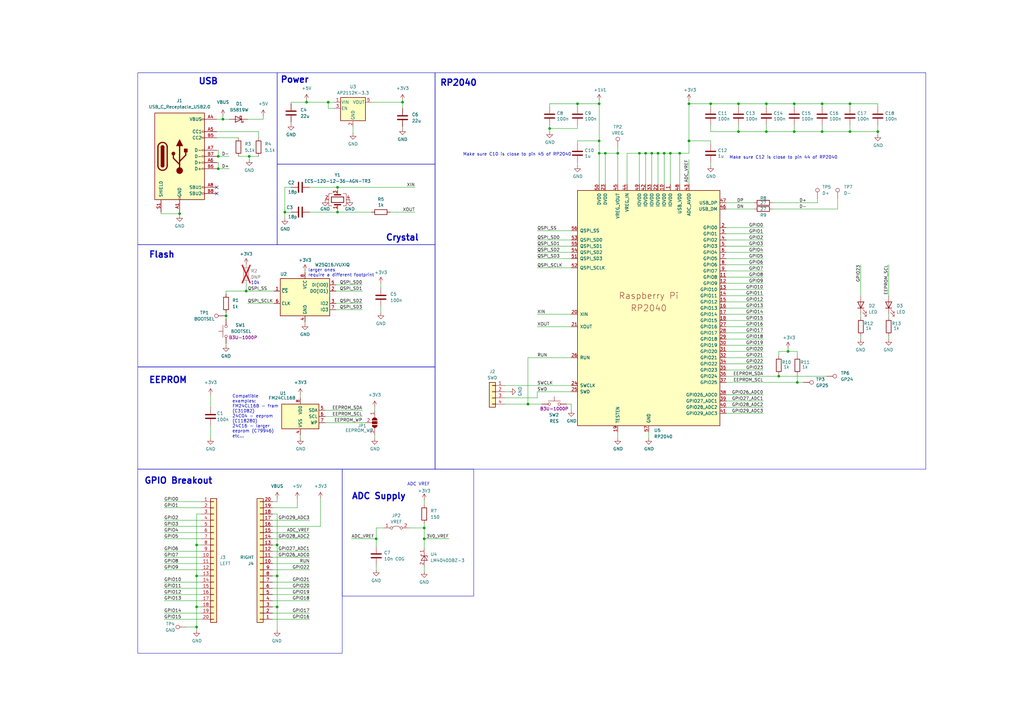
<source format=kicad_sch>
(kicad_sch (version 20230121) (generator eeschema)
  (paper "A3")
  (title_block (rev "1.1"))
  (junction (at 245.745 42.545))
  (junction (at 267.335 62.865))
  (junction (at 80.645 236.22))
  (junction (at 102.235 64.135))
  (junction (at 236.855 42.545))
  (junction (at 92.71 129.54))
  (junction (at 113.665 236.22))
  (junction (at 154.305 220.98))
  (junction (at 89.535 64.135))
  (junction (at 100.965 119.38))
  (junction (at 325.755 53.975))
  (junction (at 348.615 53.975))
  (junction (at 80.645 223.52))
  (junction (at 348.615 42.545))
  (junction (at 248.285 62.865))
  (junction (at 125.73 41.91))
  (junction (at 314.325 42.545))
  (junction (at 73.66 87.63))
  (junction (at 113.665 223.52))
  (junction (at 116.84 86.995))
  (junction (at 138.43 76.835))
  (junction (at 327.025 156.845))
  (junction (at 269.875 62.865))
  (junction (at 264.795 62.865))
  (junction (at 173.99 216.535))
  (junction (at 278.765 62.865))
  (junction (at 173.99 220.98))
  (junction (at 325.755 42.545))
  (junction (at 274.955 62.865))
  (junction (at 245.745 57.785))
  (junction (at 302.895 53.975))
  (junction (at 319.405 154.305))
  (junction (at 80.645 248.92))
  (junction (at 80.645 257.175))
  (junction (at 262.255 62.865))
  (junction (at 360.045 53.975))
  (junction (at 134.62 41.91))
  (junction (at 282.575 57.785))
  (junction (at 282.575 42.545))
  (junction (at 225.425 52.705))
  (junction (at 91.44 48.895))
  (junction (at 138.43 86.995))
  (junction (at 253.365 62.865))
  (junction (at 314.325 53.975))
  (junction (at 272.415 62.865))
  (junction (at 291.465 42.545))
  (junction (at 302.895 42.545))
  (junction (at 337.185 42.545))
  (junction (at 165.1 41.91))
  (junction (at 113.665 248.92))
  (junction (at 89.535 69.215))
  (junction (at 216.535 165.735))
  (junction (at 245.745 62.865))
  (junction (at 323.215 144.145))
  (junction (at 337.185 53.975))
  (no_connect (at 88.9 79.375))
  (no_connect (at 88.9 76.835))
  (wire (pts (xy 92.075 129.54) (xy 92.71 129.54)))
  (wire (pts (xy 337.185 53.975) (xy 325.755 53.975)))
  (wire (pts (xy 127 76.835) (xy 138.43 76.835)))
  (wire (pts (xy 323.215 144.145) (xy 319.405 144.145)))
  (wire (pts (xy 248.285 75.565) (xy 248.285 62.865)))
  (wire (pts (xy 348.615 51.435) (xy 348.615 53.975)))
  (wire (pts (xy 364.49 130.175) (xy 364.49 128.905)))
  (wire (pts (xy 267.335 75.565) (xy 267.335 62.865)))
  (wire (pts (xy 111.76 251.46) (xy 127 251.46)))
  (wire (pts (xy 73.66 87.63) (xy 73.66 86.995)))
  (wire (pts (xy 325.755 53.975) (xy 314.325 53.975)))
  (wire (pts (xy 302.895 43.815) (xy 302.895 42.545)))
  (wire (pts (xy 314.325 43.815) (xy 314.325 42.545)))
  (wire (pts (xy 274.955 62.865) (xy 278.765 62.865)))
  (wire (pts (xy 364.49 139.065) (xy 364.49 137.795)))
  (wire (pts (xy 234.315 94.615) (xy 220.345 94.615)))
  (wire (pts (xy 80.645 223.52) (xy 80.645 236.22)))
  (wire (pts (xy 216.535 146.685) (xy 216.535 165.735)))
  (wire (pts (xy 89.535 61.595) (xy 88.9 61.595)))
  (wire (pts (xy 348.615 53.975) (xy 360.045 53.975)))
  (wire (pts (xy 76.2 257.175) (xy 80.645 257.175)))
  (wire (pts (xy 82.55 231.14) (xy 67.31 231.14)))
  (wire (pts (xy 236.855 43.815) (xy 236.855 42.545)))
  (wire (pts (xy 82.55 208.28) (xy 67.31 208.28)))
  (wire (pts (xy 267.335 62.865) (xy 269.875 62.865)))
  (wire (pts (xy 297.815 95.885) (xy 313.055 95.885)))
  (wire (pts (xy 134.62 44.45) (xy 134.62 41.91)))
  (wire (pts (xy 92.71 119.38) (xy 100.965 119.38)))
  (wire (pts (xy 236.855 52.705) (xy 236.855 51.435)))
  (wire (pts (xy 148.59 119.38) (xy 137.795 119.38)))
  (wire (pts (xy 234.315 160.655) (xy 220.345 160.655)))
  (wire (pts (xy 111.76 233.68) (xy 127 233.68)))
  (wire (pts (xy 297.815 98.425) (xy 313.055 98.425)))
  (wire (pts (xy 73.66 88.265) (xy 73.66 87.63)))
  (wire (pts (xy 138.43 85.725) (xy 138.43 86.995)))
  (wire (pts (xy 348.615 42.545) (xy 360.045 42.545)))
  (wire (pts (xy 111.76 213.36) (xy 127 213.36)))
  (wire (pts (xy 353.06 130.175) (xy 353.06 128.905)))
  (wire (pts (xy 82.55 246.38) (xy 67.31 246.38)))
  (wire (pts (xy 297.815 133.985) (xy 313.055 133.985)))
  (wire (pts (xy 111.76 238.76) (xy 127 238.76)))
  (wire (pts (xy 153.67 167.005) (xy 153.67 168.275)))
  (wire (pts (xy 82.55 233.68) (xy 67.31 233.68)))
  (wire (pts (xy 353.06 121.285) (xy 353.06 108.585)))
  (wire (pts (xy 123.19 161.925) (xy 123.19 163.195)))
  (wire (pts (xy 353.06 139.065) (xy 353.06 137.795)))
  (wire (pts (xy 236.855 42.545) (xy 245.745 42.545)))
  (wire (pts (xy 144.145 220.98) (xy 154.305 220.98)))
  (wire (pts (xy 125.73 41.275) (xy 125.73 41.91)))
  (wire (pts (xy 220.345 98.425) (xy 234.315 98.425)))
  (wire (pts (xy 111.76 208.28) (xy 121.92 208.28)))
  (wire (pts (xy 297.815 169.545) (xy 313.055 169.545)))
  (wire (pts (xy 297.815 156.845) (xy 327.025 156.845)))
  (wire (pts (xy 220.345 163.195) (xy 220.345 160.655)))
  (wire (pts (xy 325.755 51.435) (xy 325.755 53.975)))
  (wire (pts (xy 302.895 42.545) (xy 314.325 42.545)))
  (wire (pts (xy 297.815 93.345) (xy 313.055 93.345)))
  (wire (pts (xy 107.95 48.895) (xy 101.6 48.895)))
  (wire (pts (xy 360.045 42.545) (xy 360.045 43.815)))
  (wire (pts (xy 323.215 144.145) (xy 327.025 144.145)))
  (wire (pts (xy 156.21 128.27) (xy 156.21 125.73)))
  (wire (pts (xy 207.01 165.735) (xy 216.535 165.735)))
  (wire (pts (xy 119.38 50.165) (xy 119.38 50.8)))
  (wire (pts (xy 148.59 127) (xy 137.795 127)))
  (wire (pts (xy 148.59 116.84) (xy 137.795 116.84)))
  (wire (pts (xy 302.895 53.975) (xy 291.465 53.975)))
  (wire (pts (xy 111.76 236.22) (xy 113.665 236.22)))
  (wire (pts (xy 119.38 41.91) (xy 125.73 41.91)))
  (wire (pts (xy 225.425 52.705) (xy 225.425 53.975)))
  (wire (pts (xy 278.765 62.865) (xy 282.575 62.865)))
  (wire (pts (xy 92.71 119.38) (xy 92.71 120.65)))
  (wire (pts (xy 253.365 75.565) (xy 253.365 62.865)))
  (wire (pts (xy 167.64 216.535) (xy 173.99 216.535)))
  (wire (pts (xy 111.76 243.84) (xy 127 243.84)))
  (wire (pts (xy 327.025 144.145) (xy 327.025 146.05)))
  (wire (pts (xy 88.9 56.515) (xy 97.79 56.515)))
  (wire (pts (xy 138.43 76.835) (xy 138.43 78.105)))
  (wire (pts (xy 253.365 177.165) (xy 253.365 179.705)))
  (wire (pts (xy 291.465 42.545) (xy 302.895 42.545)))
  (wire (pts (xy 111.76 241.3) (xy 127 241.3)))
  (wire (pts (xy 111.76 228.6) (xy 127 228.6)))
  (wire (pts (xy 297.815 123.825) (xy 313.055 123.825)))
  (wire (pts (xy 282.575 65.405) (xy 282.575 75.565)))
  (wire (pts (xy 173.99 220.98) (xy 173.99 224.79)))
  (wire (pts (xy 207.01 163.195) (xy 220.345 163.195)))
  (wire (pts (xy 232.41 165.735) (xy 234.315 165.735)))
  (wire (pts (xy 291.465 43.815) (xy 291.465 42.545)))
  (wire (pts (xy 116.84 86.995) (xy 116.84 89.535)))
  (wire (pts (xy 282.575 41.275) (xy 282.575 42.545)))
  (wire (pts (xy 360.045 53.975) (xy 360.045 55.245)))
  (wire (pts (xy 111.76 246.38) (xy 127 246.38)))
  (wire (pts (xy 220.345 128.905) (xy 234.315 128.905)))
  (wire (pts (xy 297.815 85.725) (xy 309.245 85.725)))
  (wire (pts (xy 119.38 41.91) (xy 119.38 42.545)))
  (wire (pts (xy 173.99 205.105) (xy 173.99 207.01)))
  (wire (pts (xy 113.665 210.82) (xy 113.665 223.52)))
  (wire (pts (xy 297.815 136.525) (xy 313.055 136.525)))
  (wire (pts (xy 236.855 66.675) (xy 236.855 67.945)))
  (wire (pts (xy 264.795 62.865) (xy 267.335 62.865)))
  (wire (pts (xy 89.535 61.595) (xy 89.535 64.135)))
  (wire (pts (xy 173.99 234.315) (xy 173.99 232.41)))
  (wire (pts (xy 173.99 220.98) (xy 184.15 220.98)))
  (wire (pts (xy 257.175 62.865) (xy 262.255 62.865)))
  (wire (pts (xy 297.815 108.585) (xy 313.055 108.585)))
  (wire (pts (xy 111.76 220.98) (xy 127 220.98)))
  (wire (pts (xy 348.615 43.815) (xy 348.615 42.545)))
  (wire (pts (xy 154.305 220.98) (xy 154.305 224.155)))
  (wire (pts (xy 133.35 170.815) (xy 148.59 170.815)))
  (wire (pts (xy 82.55 254) (xy 67.31 254)))
  (wire (pts (xy 314.325 51.435) (xy 314.325 53.975)))
  (wire (pts (xy 225.425 52.705) (xy 236.855 52.705)))
  (wire (pts (xy 111.76 248.92) (xy 113.665 248.92)))
  (wire (pts (xy 116.84 76.835) (xy 116.84 86.995)))
  (wire (pts (xy 282.575 57.785) (xy 282.575 62.865)))
  (wire (pts (xy 82.55 223.52) (xy 80.645 223.52)))
  (wire (pts (xy 113.665 236.22) (xy 113.665 248.92)))
  (wire (pts (xy 297.815 111.125) (xy 313.055 111.125)))
  (wire (pts (xy 121.92 208.28) (xy 121.92 204.47)))
  (wire (pts (xy 291.465 66.675) (xy 291.465 67.945)))
  (wire (pts (xy 82.55 238.76) (xy 67.31 238.76)))
  (wire (pts (xy 253.365 62.865) (xy 248.285 62.865)))
  (wire (pts (xy 297.815 103.505) (xy 313.055 103.505)))
  (wire (pts (xy 89.535 64.135) (xy 88.9 64.135)))
  (wire (pts (xy 234.315 109.855) (xy 220.345 109.855)))
  (wire (pts (xy 272.415 75.565) (xy 272.415 62.865)))
  (wire (pts (xy 113.665 248.92) (xy 113.665 258.445)))
  (wire (pts (xy 269.875 62.865) (xy 272.415 62.865)))
  (wire (pts (xy 82.55 226.06) (xy 67.31 226.06)))
  (wire (pts (xy 89.535 66.675) (xy 89.535 69.215)))
  (wire (pts (xy 216.535 165.735) (xy 222.25 165.735)))
  (wire (pts (xy 297.815 149.225) (xy 313.055 149.225)))
  (wire (pts (xy 113.665 205.74) (xy 113.665 204.47)))
  (wire (pts (xy 100.965 119.38) (xy 112.395 119.38)))
  (wire (pts (xy 156.21 116.205) (xy 156.21 118.11)))
  (wire (pts (xy 160.02 86.995) (xy 170.18 86.995)))
  (wire (pts (xy 173.99 216.535) (xy 173.99 220.98)))
  (wire (pts (xy 297.815 100.965) (xy 313.055 100.965)))
  (wire (pts (xy 297.815 164.465) (xy 313.055 164.465)))
  (wire (pts (xy 82.55 251.46) (xy 67.31 251.46)))
  (wire (pts (xy 266.065 177.165) (xy 266.065 179.705)))
  (wire (pts (xy 82.55 236.22) (xy 80.645 236.22)))
  (wire (pts (xy 148.59 124.46) (xy 137.795 124.46)))
  (wire (pts (xy 86.36 161.925) (xy 86.36 167.005)))
  (wire (pts (xy 282.575 42.545) (xy 282.575 57.785)))
  (wire (pts (xy 165.1 52.07) (xy 165.1 52.705)))
  (wire (pts (xy 92.71 130.81) (xy 92.71 129.54)))
  (wire (pts (xy 297.815 167.005) (xy 313.055 167.005)))
  (wire (pts (xy 297.815 144.145) (xy 313.055 144.145)))
  (wire (pts (xy 319.405 154.305) (xy 319.405 153.67)))
  (wire (pts (xy 297.815 116.205) (xy 313.055 116.205)))
  (wire (pts (xy 297.815 146.685) (xy 313.055 146.685)))
  (wire (pts (xy 91.44 48.895) (xy 93.98 48.895)))
  (wire (pts (xy 208.915 160.655) (xy 207.01 160.655)))
  (wire (pts (xy 165.1 41.275) (xy 165.1 41.91)))
  (wire (pts (xy 325.755 43.815) (xy 325.755 42.545)))
  (wire (pts (xy 297.815 121.285) (xy 313.055 121.285)))
  (wire (pts (xy 220.345 106.045) (xy 234.315 106.045)))
  (wire (pts (xy 113.665 223.52) (xy 113.665 236.22)))
  (wire (pts (xy 319.405 154.305) (xy 339.09 154.305)))
  (wire (pts (xy 297.815 141.605) (xy 313.055 141.605)))
  (wire (pts (xy 153.67 179.705) (xy 153.67 178.435)))
  (wire (pts (xy 337.185 42.545) (xy 348.615 42.545)))
  (wire (pts (xy 111.76 215.9) (xy 131.445 215.9)))
  (wire (pts (xy 325.755 42.545) (xy 337.185 42.545)))
  (wire (pts (xy 133.35 168.275) (xy 148.59 168.275)))
  (wire (pts (xy 123.19 179.705) (xy 123.19 178.435)))
  (wire (pts (xy 100.965 116.205) (xy 100.965 119.38)))
  (wire (pts (xy 335.28 81.28) (xy 335.28 83.185)))
  (wire (pts (xy 302.895 51.435) (xy 302.895 53.975)))
  (wire (pts (xy 133.35 173.355) (xy 149.86 173.355)))
  (wire (pts (xy 88.9 53.975) (xy 106.045 53.975)))
  (wire (pts (xy 269.875 75.565) (xy 269.875 62.865)))
  (wire (pts (xy 102.235 64.135) (xy 106.045 64.135)))
  (wire (pts (xy 257.175 75.565) (xy 257.175 62.865)))
  (wire (pts (xy 152.4 41.91) (xy 165.1 41.91)))
  (wire (pts (xy 125.095 132.715) (xy 125.095 132.08)))
  (wire (pts (xy 297.815 151.765) (xy 313.055 151.765)))
  (wire (pts (xy 173.99 214.63) (xy 173.99 216.535)))
  (wire (pts (xy 111.76 231.14) (xy 127 231.14)))
  (wire (pts (xy 106.045 56.515) (xy 106.045 53.975)))
  (wire (pts (xy 236.855 57.785) (xy 245.745 57.785)))
  (wire (pts (xy 220.345 103.505) (xy 234.315 103.505)))
  (wire (pts (xy 364.49 121.285) (xy 364.49 108.585)))
  (wire (pts (xy 253.365 60.325) (xy 253.365 62.865)))
  (wire (pts (xy 323.215 142.875) (xy 323.215 144.145)))
  (wire (pts (xy 337.185 51.435) (xy 337.185 53.975)))
  (wire (pts (xy 291.465 59.055) (xy 291.465 57.785)))
  (wire (pts (xy 125.095 111.125) (xy 125.095 111.76)))
  (wire (pts (xy 278.765 75.565) (xy 278.765 62.865)))
  (wire (pts (xy 92.71 141.605) (xy 92.71 140.97)))
  (wire (pts (xy 319.405 144.145) (xy 319.405 146.05)))
  (wire (pts (xy 297.815 131.445) (xy 313.055 131.445)))
  (wire (pts (xy 234.315 133.985) (xy 220.345 133.985)))
  (wire (pts (xy 360.045 51.435) (xy 360.045 53.975)))
  (wire (pts (xy 216.535 146.685) (xy 234.315 146.685)))
  (wire (pts (xy 282.575 57.785) (xy 291.465 57.785)))
  (wire (pts (xy 111.76 205.74) (xy 113.665 205.74)))
  (wire (pts (xy 225.425 43.815) (xy 225.425 42.545)))
  (wire (pts (xy 207.01 158.115) (xy 234.315 158.115)))
  (wire (pts (xy 89.535 69.215) (xy 93.98 69.215)))
  (wire (pts (xy 89.535 66.675) (xy 88.9 66.675)))
  (wire (pts (xy 80.645 236.22) (xy 80.645 248.92)))
  (wire (pts (xy 348.615 53.975) (xy 337.185 53.975)))
  (wire (pts (xy 82.55 210.82) (xy 80.645 210.82)))
  (wire (pts (xy 88.9 48.895) (xy 91.44 48.895)))
  (wire (pts (xy 248.285 62.865) (xy 245.745 62.865)))
  (wire (pts (xy 80.645 257.175) (xy 80.645 258.445)))
  (wire (pts (xy 154.305 216.535) (xy 154.305 220.98)))
  (wire (pts (xy 91.44 47.625) (xy 91.44 48.895)))
  (wire (pts (xy 111.76 218.44) (xy 127 218.44)))
  (wire (pts (xy 92.71 129.54) (xy 92.71 128.27)))
  (wire (pts (xy 154.305 233.68) (xy 154.305 231.775)))
  (wire (pts (xy 236.855 59.055) (xy 236.855 57.785)))
  (wire (pts (xy 262.255 75.565) (xy 262.255 62.865)))
  (wire (pts (xy 111.76 210.82) (xy 113.665 210.82)))
  (wire (pts (xy 138.43 86.995) (xy 152.4 86.995)))
  (wire (pts (xy 89.535 69.215) (xy 88.9 69.215)))
  (wire (pts (xy 220.345 100.965) (xy 234.315 100.965)))
  (wire (pts (xy 274.955 62.865) (xy 274.955 75.565)))
  (wire (pts (xy 297.815 139.065) (xy 313.055 139.065)))
  (wire (pts (xy 343.535 81.28) (xy 343.535 85.725)))
  (wire (pts (xy 66.04 86.995) (xy 66.04 87.63)))
  (wire (pts (xy 264.795 75.565) (xy 264.795 62.865)))
  (wire (pts (xy 82.55 215.9) (xy 67.31 215.9)))
  (wire (pts (xy 111.76 223.52) (xy 113.665 223.52)))
  (wire (pts (xy 82.55 218.44) (xy 67.31 218.44)))
  (wire (pts (xy 82.55 248.92) (xy 80.645 248.92)))
  (wire (pts (xy 111.76 254) (xy 127 254)))
  (wire (pts (xy 82.55 243.84) (xy 67.31 243.84)))
  (wire (pts (xy 86.36 179.705) (xy 86.36 174.625)))
  (wire (pts (xy 297.815 126.365) (xy 313.055 126.365)))
  (wire (pts (xy 337.185 43.815) (xy 337.185 42.545)))
  (wire (pts (xy 119.38 76.835) (xy 116.84 76.835)))
  (wire (pts (xy 82.55 241.3) (xy 67.31 241.3)))
  (wire (pts (xy 82.55 213.36) (xy 67.31 213.36)))
  (wire (pts (xy 262.255 62.865) (xy 264.795 62.865)))
  (wire (pts (xy 297.815 113.665) (xy 313.055 113.665)))
  (wire (pts (xy 245.745 57.785) (xy 245.745 62.865)))
  (wire (pts (xy 165.1 41.91) (xy 165.1 44.45)))
  (wire (pts (xy 131.445 215.9) (xy 131.445 204.47)))
  (wire (pts (xy 314.325 53.975) (xy 302.895 53.975)))
  (wire (pts (xy 111.76 226.06) (xy 127 226.06)))
  (wire (pts (xy 297.815 154.305) (xy 319.405 154.305)))
  (wire (pts (xy 82.55 228.6) (xy 67.31 228.6)))
  (wire (pts (xy 89.535 64.135) (xy 93.98 64.135)))
  (wire (pts (xy 144.78 52.07) (xy 144.78 54.61)))
  (wire (pts (xy 225.425 42.545) (xy 236.855 42.545)))
  (wire (pts (xy 297.815 106.045) (xy 313.055 106.045)))
  (wire (pts (xy 127 86.995) (xy 138.43 86.995)))
  (wire (pts (xy 225.425 51.435) (xy 225.425 52.705)))
  (wire (pts (xy 82.55 205.74) (xy 67.31 205.74)))
  (wire (pts (xy 291.465 51.435) (xy 291.465 53.975)))
  (wire (pts (xy 297.815 161.925) (xy 313.055 161.925)))
  (wire (pts (xy 297.815 118.745) (xy 313.055 118.745)))
  (wire (pts (xy 101.6 124.46) (xy 112.395 124.46)))
  (wire (pts (xy 80.645 248.92) (xy 80.645 257.175)))
  (wire (pts (xy 138.43 76.835) (xy 170.18 76.835)))
  (wire (pts (xy 66.04 87.63) (xy 73.66 87.63)))
  (wire (pts (xy 125.73 41.91) (xy 134.62 41.91)))
  (wire (pts (xy 134.62 41.91) (xy 137.16 41.91)))
  (wire (pts (xy 119.38 86.995) (xy 116.84 86.995)))
  (wire (pts (xy 102.235 65.405) (xy 102.235 64.135)))
  (wire (pts (xy 245.745 41.275) (xy 245.745 42.545)))
  (wire (pts (xy 282.575 42.545) (xy 291.465 42.545)))
  (wire (pts (xy 82.55 220.98) (xy 67.31 220.98)))
  (wire (pts (xy 245.745 42.545) (xy 245.745 57.785)))
  (wire (pts (xy 137.16 44.45) (xy 134.62 44.45)))
  (wire (pts (xy 316.865 85.725) (xy 343.535 85.725)))
  (wire (pts (xy 80.645 210.82) (xy 80.645 223.52)))
  (wire (pts (xy 297.815 128.905) (xy 313.055 128.905)))
  (wire (pts (xy 154.305 216.535) (xy 157.48 216.535)))
  (wire (pts (xy 316.865 83.185) (xy 335.28 83.185)))
  (wire (pts (xy 245.745 62.865) (xy 245.745 75.565)))
  (wire (pts (xy 314.325 42.545) (xy 325.755 42.545)))
  (wire (pts (xy 97.79 64.135) (xy 102.235 64.135)))
  (wire (pts (xy 327.025 156.845) (xy 329.565 156.845)))
  (wire (pts (xy 297.815 83.185) (xy 309.245 83.185)))
  (wire (pts (xy 272.415 62.865) (xy 274.955 62.865)))
  (wire (pts (xy 327.025 156.845) (xy 327.025 153.67)))
  (wire (pts (xy 234.315 165.735) (xy 234.315 168.275)))
  (wire (pts (xy 107.95 47.625) (xy 107.95 48.895)))
  (rectangle (start 113.665 29.845) (end 178.435 67.31))
  (rectangle (start 56.515 100.33) (end 178.435 150.495))
  (rectangle (start 113.665 67.31) (end 178.435 100.33))
  (rectangle (start 140.335 192.405) (end 194.31 244.475))
  (rectangle (start 178.435 29.845) (end 379.73 192.405))
  (rectangle (start 56.515 29.845) (end 113.665 100.33))
  (rectangle (start 56.515 150.495) (end 178.435 192.405))
  (rectangle (start 56.515 192.405) (end 140.335 267.97))
  (text "Power" (at 114.935 34.29 0) (effects (font (size 2.54 2.54) (thickness 0.508) bold) (justify left bottom)))
  (text "ADC VREF" (at 167.005 199.39 0) (effects (font (size 1.27 1.27)) (justify left bottom)))
  (text "USB" (at 81.28 34.925 0) (effects (font (size 2.54 2.54) (thickness 0.508) bold) (justify left bottom)))
  (text "ADC Supply" (at 144.145 205.105 0) (effects (font (size 2.54 2.54) (thickness 0.508) bold) (justify left bottom)))
  (text "Compatible\nexamples:\nFM24CL16B - fram\n(C31082)\n24C04 - eeprom\n(C118280)\n24C16 - larger\neeprom (C79946)\netc..." (at 95.25 179.705 0) (effects (font (size 1.27 1.27)) (justify left bottom)))
  (text "Make sure C12 is close to pin 44 of RP2040" (at 299.085 65.405 0) (effects (font (size 1.27 1.27)) (justify left bottom)))
  (text "GPIO Breakout" (at 59.055 198.755 0) (effects (font (size 2.54 2.54) (thickness 0.508) bold) (justify left bottom)))
  (text "Make sure C10 is close to pin 45 of RP2040" (at 189.865 64.135 0) (effects (font (size 1.27 1.27)) (justify left bottom)))
  (text "10k" (at 102.87 116.84 0) (effects (font (size 1.27 1.27)) (justify left bottom)))
  (text "EEPROM" (at 60.96 157.48 0) (effects (font (size 2.54 2.54) (thickness 0.508) bold) (justify left bottom)))
  (text "larger ones\nrequire a different footprint" (at 126.365 113.665 0) (effects (font (size 1.27 1.27)) (justify left bottom)))
  (text "Crystal" (at 158.115 99.06 0) (effects (font (size 2.54 2.54) (thickness 0.508) bold) (justify left bottom)))
  (text "RP2040" (at 180.34 35.56 0) (effects (font (size 2.54 2.54) (thickness 0.508) bold) (justify left bottom)))
  (text "Flash" (at 60.96 106.045 0) (effects (font (size 2.54 2.54) (thickness 0.508) bold) (justify left bottom)))
  (label "GPIO26_ADC0" (at 127 228.6 180))
  (label "GPIO6" (at 313.055 108.585 180))
  (label "GPIO23" (at 313.055 151.765 180))
  (label "GPIO0" (at 67.31 205.74 0))
  (label "GPIO27_ADC1" (at 127 226.06 180))
  (label "GPIO27_ADC1" (at 313.055 164.465 180))
  (label "GPIO2" (at 67.31 213.36 0))
  (label "GPIO16" (at 313.055 133.985 180))
  (label "QSPI_SD0" (at 148.59 116.84 180))
  (label "DN" (at 302.26 85.725 0) (property "Netclass" "diif_usb" (effects hide)))
  (label "GPIO21" (at 313.055 146.685 180))
  (label "GPIO9" (at 313.055 116.205 180))
  (label "3V0_VREF" (at 184.15 220.98 180))
  (label "GPIO9" (at 67.31 233.68 0))
  (label "GPIO20" (at 127 241.3 180))
  (label "GPIO18" (at 313.055 139.065 180))
  (label "EEPROM_SDA" (at 313.055 154.305 180))
  (label "QSPI_SCLK" (at 101.6 124.46 0))
  (label "GPIO1" (at 313.055 95.885 180))
  (label "XOUT" (at 170.18 86.995 180))
  (label "GPIO7" (at 67.31 228.6 0))
  (label "GPIO6" (at 67.31 226.06 0))
  (label "QSPI_SD2" (at 148.59 124.46 180))
  (label "QSPI_SD1" (at 148.59 119.38 180))
  (label "QSPI_SD1" (at 220.345 100.965 0))
  (label "GPIO11" (at 67.31 241.3 0))
  (label "ADC_VREF" (at 127 218.44 180))
  (label "GPIO2" (at 313.055 98.425 180))
  (label "GPIO0" (at 313.055 93.345 180))
  (label "GPIO17" (at 127 251.46 180))
  (label "EEPROM_SDA" (at 148.59 168.275 180))
  (label "GPIO26_ADC0" (at 313.055 161.925 180))
  (label "GPIO4" (at 313.055 103.505 180))
  (label "GPIO3" (at 67.31 215.9 0))
  (label "XIN" (at 170.18 76.835 180))
  (label "GPIO14" (at 67.31 251.46 0))
  (label "GPIO23" (at 353.06 108.585 270))
  (label "GPIO22" (at 313.055 149.225 180))
  (label "GPIO15" (at 313.055 131.445 180))
  (label "GPIO4" (at 67.31 218.44 0))
  (label "GPIO5" (at 67.31 220.98 0))
  (label "QSPI_SS" (at 220.345 94.615 0))
  (label "GPIO8" (at 67.31 231.14 0))
  (label "D+" (at 93.98 69.215 180) (property "Netclass" "diif_usb" (effects hide)))
  (label "EEPROM_SCL" (at 364.49 108.585 270))
  (label "QSPI_SD2" (at 220.345 103.505 0))
  (label "DP" (at 302.26 83.185 0) (property "Netclass" "diif_usb" (effects hide)))
  (label "D-" (at 93.98 64.135 180) (property "Netclass" "diif_usb" (effects hide)))
  (label "GPIO10" (at 313.055 118.745 180))
  (label "GPIO21" (at 127 238.76 180))
  (label "GPIO13" (at 313.055 126.365 180))
  (label "GPIO11" (at 313.055 121.285 180))
  (label "RUN" (at 127 231.14 180))
  (label "QSPI_SD0" (at 220.345 98.425 0))
  (label "GPIO16" (at 127 254 180))
  (label "QSPI_SD3" (at 148.59 127 180))
  (label "GPIO18" (at 127 246.38 180))
  (label "QSPI_SD3" (at 220.345 106.045 0))
  (label "XIN" (at 220.345 128.905 0))
  (label "GPIO15" (at 67.31 254 0))
  (label "GPIO1" (at 67.31 208.28 0))
  (label "XOUT" (at 220.345 133.985 0))
  (label "ADC_VREF" (at 282.575 65.405 270))
  (label "EEPROM_SCL" (at 148.59 170.815 180))
  (label "GPIO17" (at 313.055 136.525 180))
  (label "GPIO19" (at 313.055 141.605 180))
  (label "GPIO29_ADC3" (at 313.055 169.545 180))
  (label "SWCLK" (at 220.345 158.115 0))
  (label "GPIO3" (at 313.055 100.965 180))
  (label "EEPROM_WP" (at 148.59 173.355 180))
  (label "GPIO28_ADC2" (at 127 220.98 180))
  (label "GPIO20" (at 313.055 144.145 180))
  (label "D-" (at 330.835 85.725 180))
  (label "QSPI_SS" (at 101.6 119.38 0))
  (label "ADC_VREF" (at 144.145 220.98 0))
  (label "GPIO22" (at 127 233.68 180))
  (label "RUN" (at 220.345 146.685 0))
  (label "D+" (at 330.835 83.185 180))
  (label "GPIO12" (at 67.31 243.84 0))
  (label "GPIO29_ADC3" (at 127 213.36 180))
  (label "GPIO8" (at 313.055 113.665 180))
  (label "GPIO12" (at 313.055 123.825 180))
  (label "QSPI_SCLK" (at 220.345 109.855 0))
  (label "EEPROM_SCL" (at 313.055 156.845 180))
  (label "GPIO28_ADC2" (at 313.055 167.005 180))
  (label "GPIO5" (at 313.055 106.045 180))
  (label "SWD" (at 220.345 160.655 0))
  (label "GPIO14" (at 313.055 128.905 180))
  (label "GPIO10" (at 67.31 238.76 0))
  (label "GPIO19" (at 127 243.84 180))
  (label "GPIO13" (at 67.31 246.38 0))
  (label "GPIO7" (at 313.055 111.125 180))
  (symbol (lib_id "Device:C") (at 337.185 47.625 0) (unit 1)
    (property "Reference" "C16" (at 340.106 46.4566 0) (effects (justify left)))
    (property "Value" "100n" (at 340.106 48.768 0) (effects (justify left)))
    (property "Footprint" "Capacitor_SMD:C_0402_1005Metric" (effects hide))
    (property "LCSC" "C77020" (effects hide))
    (property "P/N" "GRM155R71H104KE14D" (effects hide))
  )
  (symbol (lib_id "Device:C") (at 165.1 48.26 0) (mirror y) (unit 1)
    (property "Reference" "C6" (at 168.91 46.99 0) (effects (justify right)))
    (property "Value" "22u" (at 168.91 49.53 0) (effects (justify right)))
    (property "Footprint" "Capacitor_SMD:C_0805_2012Metric_Pad1.18x1.45mm_HandSolder" (effects hide))
    (property "LCSC" "C162422" (effects hide))
    (property "P/N" "GRM21BR6YA106KE43L" (effects hide))
  )
  (symbol (lib_id "Connector:TestPoint") (at 339.09 154.305 270) (unit 1)
    (property "Reference" "TP6" (at 344.805 153.035 90) (effects (justify left)))
    (property "Value" "GP24" (at 344.805 155.575 90) (effects (justify left)))
    (property "Footprint" "TestPoint:TestPoint_Pad_1.5x1.5mm" (effects hide))
  )
  (symbol (lib_id "power:GND") (at 208.915 160.655 90) (unit 1)
    (property "Reference" "#PWR028" (effects hide))
    (property "Value" "GND" (at 213.3092 160.528 0))
  )
  (symbol (lib_id "power:+5V") (at 107.95 47.625 0) (unit 1)
    (property "Reference" "#PWR017" (effects hide))
    (property "Value" "+5V" (at 107.95 42.545 0))
  )
  (symbol (lib_id "power:+3V3") (at 86.36 161.925 0) (unit 1)
    (property "Reference" "#PWR03" (effects hide))
    (property "Value" "+3V3" (at 86.36 156.845 0))
  )
  (symbol (lib_id "Device:C") (at 291.465 47.625 0) (unit 1)
    (property "Reference" "C11" (at 294.386 46.4566 0) (effects (justify left)))
    (property "Value" "100n" (at 294.386 48.768 0) (effects (justify left)))
    (property "Footprint" "Capacitor_SMD:C_0402_1005Metric" (effects hide))
    (property "LCSC" "C77020" (effects hide))
    (property "P/N" "GRM155R71H104KE14D" (effects hide))
  )
  (symbol (lib_id "power:GND") (at 119.38 50.8 0) (unit 1)
    (property "Reference" "#PWR011" (effects hide))
    (property "Value" "GND" (at 119.38 55.245 0))
  )
  (symbol (lib_id "Device:LED") (at 353.06 125.095 90) (unit 1)
    (property "Reference" "D2" (at 356.235 125.4125 90) (effects (justify right)))
    (property "Value" "LED" (at 356.235 127.9525 90) (effects (justify right)))
    (property "Footprint" "LED_SMD:LED_0603_1608Metric_Pad1.05x0.95mm_HandSolder" (effects hide))
    (property "LCSC" "C434425" (effects hide))
    (property "P/N" "SZYY0603O" (effects hide))
  )
  (symbol (lib_id "power:GND") (at 173.99 234.315 0) (unit 1)
    (property "Reference" "#PWR027" (effects hide))
    (property "Value" "GND" (at 173.99 238.76 0))
  )
  (symbol (lib_id "Connector:TestPoint") (at 343.535 81.28 0) (unit 1)
    (property "Reference" "TP7" (at 346.075 76.708 0) (effects (justify left)))
    (property "Value" "D-" (at 346.075 79.248 0) (effects (justify left)))
    (property "Footprint" "TestPoint:TestPoint_Pad_1.5x1.5mm" (effects hide))
  )
  (symbol (lib_id "power:GND") (at 353.06 139.065 0) (mirror y) (unit 1)
    (property "Reference" "#PWR039" (effects hide))
    (property "Value" "GND" (at 352.933 143.4592 0))
  )
  (symbol (lib_id "power:+5V") (at 121.92 204.47 0) (unit 1)
    (property "Reference" "#PWR044" (effects hide))
    (property "Value" "+5V" (at 121.92 199.39 0))
  )
  (symbol (lib_id "power:+3V3") (at 153.67 167.005 0) (unit 1)
    (property "Reference" "#PWR021" (effects hide))
    (property "Value" "+3V3" (at 153.67 161.925 0))
  )
  (symbol (lib_id "power:+3V3") (at 173.99 205.105 0) (unit 1)
    (property "Reference" "#PWR026" (effects hide))
    (property "Value" "+3V3" (at 173.99 201.295 0))
  )
  (symbol (lib_id "power:GND") (at 165.1 52.705 0) (unit 1)
    (property "Reference" "#PWR024" (effects hide))
    (property "Value" "GND" (at 165.1 57.15 0))
  )
  (symbol (lib_id "Device:Crystal_GND24") (at 138.43 81.915 90) (unit 1)
    (property "Reference" "Y1" (at 138.43 71.755 90))
    (property "Value" "ECS-120-12-36-AGN-TR3" (at 138.43 74.295 90))
    (property "Footprint" "Crystal:Crystal_SMD_2520-4Pin_2.5x2.0mm" (effects hide))
    (property "LCSC" "C284155" (effects hide))
    (property "P/N" "TXM12M0004252FBCEO00T" (effects hide))
  )
  (symbol (lib_id "Device:C") (at 314.325 47.625 0) (unit 1)
    (property "Reference" "C14" (at 317.246 46.4566 0) (effects (justify left)))
    (property "Value" "100n" (at 317.246 48.768 0) (effects (justify left)))
    (property "Footprint" "Capacitor_SMD:C_0402_1005Metric" (effects hide))
    (property "LCSC" "C77020" (effects hide))
    (property "P/N" "GRM155R71H104KE14D" (effects hide))
  )
  (symbol (lib_id "Device:C") (at 325.755 47.625 0) (unit 1)
    (property "Reference" "C15" (at 328.676 46.4566 0) (effects (justify left)))
    (property "Value" "100n" (at 328.676 48.768 0) (effects (justify left)))
    (property "Footprint" "Capacitor_SMD:C_0402_1005Metric" (effects hide))
    (property "LCSC" "C77020" (effects hide))
    (property "P/N" "GRM155R71H104KE14D" (effects hide))
  )
  (symbol (lib_id "power:GND") (at 113.665 258.445 0) (mirror y) (unit 1)
    (property "Reference" "#PWR043" (effects hide))
    (property "Value" "GND" (at 113.538 262.8392 0))
  )
  (symbol (lib_id "Connector:TestPoint") (at 329.565 156.845 270) (unit 1)
    (property "Reference" "TP3" (at 334.645 155.575 90) (effects (justify left)))
    (property "Value" "GP25" (at 334.645 158.115 90) (effects (justify left)))
    (property "Footprint" "TestPoint:TestPoint_Pad_1.5x1.5mm" (effects hide))
  )
  (symbol (lib_id "power:+5V") (at 125.73 41.275 0) (unit 1)
    (property "Reference" "#PWR012" (effects hide))
    (property "Value" "+5V" (at 125.73 36.195 0))
  )
  (symbol (lib_id "power:GND") (at 102.235 65.405 0) (unit 1)
    (property "Reference" "#PWR016" (effects hide))
    (property "Value" "GND" (at 102.235 69.85 0))
  )
  (symbol (lib_id "power:GND") (at 143.51 81.915 0) (unit 1)
    (property "Reference" "#PWR015" (effects hide))
    (property "Value" "GND" (at 143.51 85.725 0))
  )
  (symbol (lib_id "Jumper:SolderJumper_3_Open") (at 153.67 173.355 270) (unit 1)
    (property "Reference" "JP1" (at 146.685 174.625 90) (effects (justify left)))
    (property "Value" "EEPROM_WP" (at 141.605 176.53 90) (effects (justify left)))
    (property "Footprint" "Jumper:SolderJumper-3_P2.0mm_Open_TrianglePad1.0x1.5mm" (effects hide))
  )
  (symbol (lib_id "Device:C") (at 236.855 62.865 0) (unit 1)
    (property "Reference" "C10" (at 239.776 61.6966 0) (effects (justify left)))
    (property "Value" "1u" (at 239.776 64.008 0) (effects (justify left)))
    (property "Footprint" "Capacitor_SMD:C_0402_1005Metric" (effects hide))
    (property "LCSC" "C77009" (effects hide))
    (property "P/N" "GRM155R61E105KA12D" (effects hide))
  )
  (symbol (lib_id "power:+3V3") (at 165.1 41.275 0) (unit 1)
    (property "Reference" "#PWR023" (effects hide))
    (property "Value" "+3V3" (at 165.1 36.195 0))
  )
  (symbol (lib_id "Device:R") (at 100.965 112.395 0) (unit 1) (dnp yes)
    (property "Reference" "R2" (at 102.87 111.125 0) (effects (justify left)))
    (property "Value" "DNP" (at 102.87 113.665 0) (effects (justify left)))
    (property "Footprint" "Resistor_SMD:R_0402_1005Metric" (effects hide))
  )
  (symbol (lib_id "power:+3V3") (at 323.215 142.875 0) (unit 1)
    (property "Reference" "#PWR037" (effects hide))
    (property "Value" "+3V3" (at 323.596 138.4808 0))
  )
  (symbol (lib_id "Device:C") (at 156.21 121.92 0) (unit 1)
    (property "Reference" "C5" (at 160.02 120.6499 0) (effects (justify left)))
    (property "Value" "100n" (at 160.02 123.1899 0) (effects (justify left)))
    (property "Footprint" "Capacitor_SMD:C_0402_1005Metric" (effects hide))
    (property "LCSC" "C77020" (effects hide))
    (property "P/N" "GRM155R71H104KE14D" (effects hide))
  )
  (symbol (lib_id "power:GND") (at 73.66 88.265 0) (unit 1)
    (property "Reference" "#PWR01" (effects hide))
    (property "Value" "GND" (at 73.66 92.71 0))
  )
  (symbol (lib_id "MCU_RaspberryPi_RP2040:RP2040") (at 266.065 126.365 0) (unit 1)
    (property "Reference" "U5" (at 268.2591 176.53 0) (effects (justify left)))
    (property "Value" "RP2040" (at 268.2591 179.07 0) (effects (justify left)))
    (property "Footprint" "RP2040:RP2040-QFN-56" (effects hide))
    (property "LCSC" "C2040" (effects hide))
    (property "P/N" "RP2040" (effects hide))
  )
  (symbol (lib_id "Device:D_Schottky") (at 97.79 48.895 180) (unit 1)
    (property "Reference" "D1" (at 98.1075 42.545 0))
    (property "Value" "B5819W" (at 98.1075 45.085 0))
    (property "Footprint" "Diode_SMD:D_SOD-123" (effects hide))
    (property "LCSC" "C552930" (effects hide))
    (property "P/N" "PMEG6010CEGWJ" (effects hide))
  )
  (symbol (lib_id "Device:R") (at 106.045 60.325 0) (unit 1)
    (property "Reference" "R4" (at 108.585 59.0549 0) (effects (justify left)))
    (property "Value" "5.1k" (at 108.585 61.5949 0) (effects (justify left)))
    (property "Footprint" "Resistor_SMD:R_0402_1005Metric" (effects hide))
    (property "LCSC" "C105873" (effects hide))
    (property "P/N" "RC0402JR-075K1" (effects hide))
  )
  (symbol (lib_id "power:+3V3") (at 100.965 108.585 0) (unit 1)
    (property "Reference" "#PWR06" (effects hide))
    (property "Value" "+3V3" (at 100.965 104.14 0))
  )
  (symbol (lib_id "power:VBUS") (at 113.665 204.47 0) (unit 1)
    (property "Reference" "#PWR042" (effects hide))
    (property "Value" "VBUS" (at 113.665 199.39 0))
  )
  (symbol (lib_id "Switch:SW_Push") (at 92.71 135.89 90) (unit 1)
    (property "Reference" "SW1" (at 96.52 133.35 90) (effects (justify right)))
    (property "Value" "BOOTSEL" (at 94.615 135.89 90) (effects (justify right)))
    (property "Footprint" "Button_Switch_SMD:SW_SPST_B3U-1000P" (effects hide))
    (property "LCSC" "C231329" (effects hide))
    (property "P/N" "B3U-1000P" (at 99.695 138.43 90))
  )
  (symbol (lib_id "Device:C") (at 154.305 227.965 0) (unit 1)
    (property "Reference" "C7" (at 157.48 226.695 0) (effects (justify left)))
    (property "Value" "10n C0G" (at 157.48 229.235 0) (effects (justify left)))
    (property "Footprint" "Capacitor_SMD:C_0603_1608Metric_Pad1.08x0.95mm_HandSolder" (effects hide))
    (property "LCSC" "C76599" (effects hide))
    (property "P/N" "C1608C0G1H103JT000N" (effects hide))
  )
  (symbol (lib_id "Device:C") (at 225.425 47.625 0) (unit 1)
    (property "Reference" "C8" (at 228.346 46.4566 0) (effects (justify left)))
    (property "Value" "100n" (at 228.346 48.768 0) (effects (justify left)))
    (property "Footprint" "Capacitor_SMD:C_0402_1005Metric" (effects hide))
    (property "LCSC" "C77020" (effects hide))
    (property "P/N" "GRM155R71H104KE14D" (effects hide))
  )
  (symbol (lib_id "Device:R") (at 97.79 60.325 0) (unit 1)
    (property "Reference" "R3" (at 100.33 59.0549 0) (effects (justify left)))
    (property "Value" "5.1k" (at 100.33 61.5949 0) (effects (justify left)))
    (property "Footprint" "Resistor_SMD:R_0402_1005Metric" (effects hide))
    (property "LCSC" "C105873" (effects hide))
    (property "P/N" "RC0402JR-075K1" (effects hide))
  )
  (symbol (lib_id "Connector:TestPoint") (at 253.365 60.325 0) (unit 1)
    (property "Reference" "TP2" (at 253.365 52.07 0))
    (property "Value" "VREG" (at 253.365 54.61 0))
    (property "Footprint" "TestPoint:TestPoint_Pad_1.5x1.5mm" (effects hide))
  )
  (symbol (lib_id "power:GND") (at 116.84 89.535 0) (unit 1)
    (property "Reference" "#PWR02" (effects hide))
    (property "Value" "GND" (at 116.967 93.9292 0))
  )
  (symbol (lib_id "Device:R") (at 92.71 124.46 0) (unit 1)
    (property "Reference" "R1" (at 95.25 123.19 0) (effects (justify left)))
    (property "Value" "1k" (at 95.25 125.73 0) (effects (justify left)))
    (property "Footprint" "Resistor_SMD:R_0402_1005Metric" (effects hide))
    (property "LCSC" "C25543" (effects hide))
    (property "P/N" "0402WGJ0102TCE" (effects hide))
  )
  (symbol (lib_id "power:GND") (at 80.645 258.445 0) (unit 1)
    (property "Reference" "#PWR038" (effects hide))
    (property "Value" "GND" (at 80.772 262.8392 0))
  )
  (symbol (lib_id "Connector_Generic:Conn_01x20") (at 106.68 231.14 180) (unit 1)
    (property "Reference" "J4" (at 104.14 231.14 0) (effects (justify left)))
    (property "Value" "RIGHT" (at 104.14 228.6 0) (effects (justify left)))
    (property "Footprint" "connector:Pico_20pin" (effects hide))
  )
  (symbol (lib_id "power:GND") (at 156.21 128.27 0) (unit 1)
    (property "Reference" "#PWR014" (effects hide))
    (property "Value" "GND" (at 156.21 132.715 0))
  )
  (symbol (lib_id "Device:R") (at 156.21 86.995 270) (unit 1)
    (property "Reference" "R5" (at 156.21 81.7372 90))
    (property "Value" "1k" (at 156.21 84.0486 90))
    (property "Footprint" "Resistor_SMD:R_0402_1005Metric" (effects hide))
  )
  (symbol (lib_id "Connector:TestPoint") (at 92.075 129.54 90) (unit 1)
    (property "Reference" "TP1" (at 83.82 128.27 90))
    (property "Value" "BOOTSEL" (at 83.82 130.81 90))
    (property "Footprint" "TestPoint:TestPoint_Pad_1.5x1.5mm" (effects hide))
  )
  (symbol (lib_id "Device:C") (at 302.895 47.625 0) (unit 1)
    (property "Reference" "C13" (at 305.816 46.4566 0) (effects (justify left)))
    (property "Value" "100n" (at 305.816 48.768 0) (effects (justify left)))
    (property "Footprint" "Capacitor_SMD:C_0402_1005Metric" (effects hide))
    (property "LCSC" "C77020" (effects hide))
    (property "P/N" "GRM155R71H104KE14D" (effects hide))
  )
  (symbol (lib_id "Connector_Generic:Conn_01x20") (at 87.63 228.6 0) (unit 1)
    (property "Reference" "J3" (at 90.17 228.6 0) (effects (justify left)))
    (property "Value" "LEFT" (at 90.17 231.14 0) (effects (justify left)))
    (property "Footprint" "connector:Pico_20pin" (effects hide))
  )
  (symbol (lib_id "power:GND") (at 234.315 168.275 0) (unit 1)
    (property "Reference" "#PWR030" (effects hide))
    (property "Value" "GND" (at 234.442 172.6692 0))
  )
  (symbol (lib_id "Device:C") (at 291.465 62.865 0) (unit 1)
    (property "Reference" "C12" (at 294.386 61.6966 0) (effects (justify left)))
    (property "Value" "1u" (at 294.386 64.008 0) (effects (justify left)))
    (property "Footprint" "Capacitor_SMD:C_0402_1005Metric" (effects hide))
    (property "LCSC" "C77009" (effects hide))
    (property "P/N" "GRM155R61E105KA12D" (effects hide))
  )
  (symbol (lib_id "power:GND") (at 225.425 53.975 0) (unit 1)
    (property "Reference" "#PWR029" (effects hide))
    (property "Value" "GND" (at 225.552 58.3692 0))
  )
  (symbol (lib_id "Device:R") (at 313.055 85.725 270) (unit 1)
    (property "Reference" "R9" (at 313.055 88.265 90))
    (property "Value" "27" (at 313.055 85.725 90))
    (property "Footprint" "Resistor_SMD:R_0402_1005Metric" (effects hide))
    (property "LCSC" "C2909343" (effects hide))
    (property "P/N" "FRC0402F27R0TS" (effects hide))
  )
  (symbol (lib_id "power:GND") (at 154.305 233.68 0) (unit 1)
    (property "Reference" "#PWR025" (effects hide))
    (property "Value" "GND" (at 154.305 238.125 0))
  )
  (symbol (lib_id "Switch:SW_Push") (at 227.33 165.735 0) (unit 1)
    (property "Reference" "SW2" (at 229.235 170.18 0) (effects (justify right)))
    (property "Value" "RES" (at 229.235 172.72 0) (effects (justify right)))
    (property "Footprint" "Button_Switch_SMD:SW_SPST_B3U-1000P" (effects hide))
    (property "LCSC" "C231329" (effects hide))
    (property "P/N" "B3U-1000P" (at 227.33 167.64 0))
  )
  (symbol (lib_id "power:GND") (at 153.67 179.705 0) (unit 1)
    (property "Reference" "#PWR022" (effects hide))
    (property "Value" "GND" (at 153.797 184.0992 0))
  )
  (symbol (lib_id "Regulator_Linear:AP2112K-3.3") (at 144.78 44.45 0) (unit 1)
    (property "Reference" "U3" (at 144.78 35.56 0))
    (property "Value" "AP2112K-3.3" (at 144.78 38.1 0))
    (property "Footprint" "Package_TO_SOT_SMD:SOT-23-5" (effects hide))
    (property "Datasheet" "https://www.diodes.com/assets/Datasheets/AP2112.pdf" (effects hide))
  )
  (symbol (lib_id "power:GND") (at 364.49 139.065 0) (mirror y) (unit 1)
    (property "Reference" "#PWR041" (effects hide))
    (property "Value" "GND" (at 364.363 143.4592 0))
  )
  (symbol (lib_id "Device:R") (at 327.025 149.86 0) (unit 1)
    (property "Reference" "R11" (at 330.2 148.59 0))
    (property "Value" "1k" (at 330.2 150.495 0))
    (property "Footprint" "Resistor_SMD:R_0402_1005Metric" (effects hide))
    (property "LCSC" "C25543" (effects hide))
    (property "P/N" "0402WGJ0102TCE" (effects hide))
  )
  (symbol (lib_id "Connector_Generic:Conn_01x04") (at 201.93 160.655 0) (mirror y) (unit 1)
    (property "Reference" "J2" (at 201.93 152.4 0))
    (property "Value" "SWD" (at 201.93 154.94 0))
    (property "Footprint" "connector:Pico_4pin" (effects hide))
  )
  (symbol (lib_id "Device:R") (at 353.06 133.985 0) (unit 1)
    (property "Reference" "R12" (at 356.235 132.715 0))
    (property "Value" "1k" (at 356.235 134.62 0))
    (property "Footprint" "Resistor_SMD:R_0402_1005Metric" (effects hide))
    (property "LCSC" "C25543" (effects hide))
    (property "P/N" "0402WGJ0102TCE" (effects hide))
  )
  (symbol (lib_id "Connector:TestPoint") (at 76.2 257.175 90) (unit 1)
    (property "Reference" "TP4" (at 69.85 255.905 90))
    (property "Value" "GND" (at 69.85 258.445 90))
    (property "Footprint" "TestPoint:TestPoint_Pad_1.5x1.5mm" (effects hide))
  )
  (symbol (lib_id "power:+1V1") (at 245.745 41.275 0) (unit 1)
    (property "Reference" "#PWR032" (effects hide))
    (property "Value" "+1V1" (at 246.126 36.8808 0))
  )
  (symbol (lib_id "Connector:USB_C_Receptacle_USB2.0") (at 73.66 64.135 0) (unit 1)
    (property "Reference" "J1" (at 73.66 41.275 0))
    (property "Value" "USB_C_Receptacle_USB2.0" (at 73.66 43.815 0))
    (property "Footprint" "Connector_USB:USB_C_Receptacle_Palconn_UTC16-G" (effects hide))
    (property "Datasheet" "https://www.usb.org/sites/default/files/documents/usb_type-c.zip" (effects hide))
    (property "LCSC" "C165948" (effects hide))
    (property "P/N" "TYPE-C-31-M-12" (effects hide))
  )
  (symbol (lib_id "Device:C") (at 236.855 47.625 0) (unit 1)
    (property "Reference" "C9" (at 239.776 46.4566 0) (effects (justify left)))
    (property "Value" "100n" (at 239.776 48.768 0) (effects (justify left)))
    (property "Footprint" "Capacitor_SMD:C_0402_1005Metric" (effects hide))
    (property "LCSC" "C77020" (effects hide))
    (property "P/N" "GRM155R71H104KE14D" (effects hide))
  )
  (symbol (lib_id "power:GND") (at 266.065 179.705 0) (unit 1)
    (property "Reference" "#PWR034" (effects hide))
    (property "Value" "GND" (at 266.192 184.0992 0))
  )
  (symbol (lib_id "Connector:TestPoint") (at 335.28 81.28 0) (unit 1)
    (property "Reference" "TP5" (at 337.185 76.708 0) (effects (justify left)))
    (property "Value" "D+" (at 337.185 79.248 0) (effects (justify left)))
    (property "Footprint" "TestPoint:TestPoint_Pad_1.5x1.5mm" (effects hide))
  )
  (symbol (lib_id "power:GND") (at 360.045 55.245 0) (unit 1)
    (property "Reference" "#PWR040" (effects hide))
    (property "Value" "GND" (at 360.172 59.6392 0))
  )
  (symbol (lib_id "Memory_NVRAM:FM24CL16B") (at 123.19 170.815 0) (unit 1)
    (property "Reference" "U1" (at 117.475 161.29 0) (effects (justify right)))
    (property "Value" "FM24CL16B" (at 121.285 163.195 0) (effects (justify right)))
    (property "Footprint" "Package_SO:SOIC-8_3.9x4.9mm_P1.27mm" (effects hide))
    (property "Datasheet" "https://www.infineon.com/dgdl/Infineon-FM24CL16B_16-Kbit_(2_K_8)_Serial_(I2C)_F-RAM-DataSheet-v13_00-EN.pdf?fileId=8ac78c8c7d0d8da4017d0ec99cb241e9" (effects hide))
    (property "LCSC" "C31082" (effects hide))
    (property "P/N" "FM24CL16B" (effects hide))
  )
  (symbol (lib_id "Device:R") (at 173.99 210.82 180) (unit 1)
    (property "Reference" "R7" (at 176.53 209.55 0) (effects (justify right)))
    (property "Value" "150" (at 176.53 212.09 0) (effects (justify right)))
    (property "Footprint" "Resistor_SMD:R_0603_1608Metric" (effects hide))
    (property "LCSC" "C22808" (effects hide))
    (property "P/N" "0603WAF1500T5E" (effects hide))
  )
  (symbol (lib_id "Device:C") (at 119.38 46.355 0) (unit 1)
    (property "Reference" "C4" (at 123.19 45.085 0) (effects (justify left)))
    (property "Value" "22u" (at 123.19 47.625 0) (effects (justify left)))
    (property "Footprint" "Capacitor_SMD:C_0603_1608Metric_Pad1.08x0.95mm_HandSolder" (effects hide))
    (property "LCSC" "C57895" (effects hide))
    (property "P/N" "CL10A225KA8NNNC" (effects hide))
  )
  (symbol (lib_id "Device:R") (at 313.055 83.185 270) (unit 1)
    (property "Reference" "R8" (at 313.055 81.28 90))
    (property "Value" "27" (at 313.055 83.185 90))
    (property "Footprint" "Resistor_SMD:R_0402_1005Metric" (effects hide))
    (property "LCSC" "C2909343" (effects hide))
    (property "P/N" "FRC0402F27R0TS" (effects hide))
  )
  (symbol (lib_id "Reference_Voltage:LM4040DBZ-3") (at 173.99 228.6 90) (unit 1)
    (property "Reference" "U4" (at 176.53 227.33 90) (effects (justify right)))
    (property "Value" "LM4040DBZ-3" (at 176.53 229.87 90) (effects (justify right)))
    (property "Footprint" "Package_TO_SOT_SMD:SOT-23" (effects hide))
    (property "Datasheet" "http://www.ti.com/lit/ds/symlink/lm4040-n.pdf" (effects hide))
    (property "LCSC" "C460726" (effects hide))
    (property "P/N" "LM4040D30FTA" (effects hide))
  )
  (symbol (lib_id "power:GND") (at 92.71 141.605 0) (unit 1)
    (property "Reference" "#PWR05" (effects hide))
    (property "Value" "GND" (at 92.71 146.05 0))
  )
  (symbol (lib_id "power:VBUS") (at 91.44 47.625 0) (unit 1)
    (property "Reference" "#PWR010" (effects hide))
    (property "Value" "VBUS" (at 91.44 41.91 0))
  )
  (symbol (lib_id "power:GND") (at 291.465 67.945 0) (unit 1)
    (property "Reference" "#PWR036" (effects hide))
    (property "Value" "GND" (at 291.592 72.3392 0))
  )
  (symbol (lib_id "power:GND") (at 144.78 54.61 0) (unit 1)
    (property "Reference" "#PWR020" (effects hide))
    (property "Value" "GND" (at 144.78 59.055 0))
  )
  (symbol (lib_id "Jumper:Jumper_2_Bridged") (at 162.56 216.535 0) (unit 1)
    (property "Reference" "JP2" (at 162.56 211.455 0))
    (property "Value" "VREF" (at 162.56 213.995 0))
    (property "Footprint" "Jumper:SolderJumper-2_P1.3mm_Open_TrianglePad1.0x1.5mm" (effects hide))
  )
  (symbol (lib_id "power:+3V3") (at 123.19 161.925 0) (unit 1)
    (property "Reference" "#PWR07" (effects hide))
    (property "Value" "+3V3" (at 123.19 156.845 0))
  )
  (symbol (lib_id "power:GND") (at 133.35 81.915 0) (unit 1)
    (property "Reference" "#PWR09" (effects hide))
    (property "Value" "GND" (at 133.35 85.725 0))
  )
  (symbol (lib_id "Device:R") (at 364.49 133.985 0) (unit 1)
    (property "Reference" "R13" (at 367.665 132.715 0))
    (property "Value" "1k" (at 367.665 134.62 0))
    (property "Footprint" "Resistor_SMD:R_0402_1005Metric" (effects hide))
    (property "LCSC" "C25543" (effects hide))
    (property "P/N" "0402WGJ0102TCE" (effects hide))
  )
  (symbol (lib_id "power:GND") (at 236.855 67.945 0) (unit 1)
    (property "Reference" "#PWR031" (effects hide))
    (property "Value" "GND" (at 236.982 72.3392 0))
  )
  (symbol (lib_id "power:+3V3") (at 125.095 111.125 0) (unit 1)
    (property "Reference" "#PWR018" (effects hide))
    (property "Value" "+3V3" (at 125.095 106.68 0))
  )
  (symbol (lib_id "power:+3V3") (at 156.21 116.205 0) (unit 1)
    (property "Reference" "#PWR013" (effects hide))
    (property "Value" "+3V3" (at 156.21 111.76 0))
  )
  (symbol (lib_id "Device:C") (at 123.19 86.995 270) (unit 1)
    (property "Reference" "C3" (at 117.475 85.09 90) (effects (justify left)))
    (property "Value" "18p" (at 118.11 88.9 90) (effects (justify left)))
    (property "Footprint" "Capacitor_SMD:C_0402_1005Metric" (effects hide))
    (property "LCSC" "C126499" (effects hide))
    (property "P/N" "GCM1555C1H180JA16D" (effects hide))
  )
  (symbol (lib_id "power:+3V3") (at 131.445 204.47 0) (unit 1)
    (property "Reference" "#PWR045" (effects hide))
    (property "Value" "+3V3" (at 131.445 199.39 0))
  )
  (symbol (lib_id "Device:LED") (at 364.49 125.095 90) (unit 1)
    (property "Reference" "D3" (at 367.665 125.4125 90) (effects (justify right)))
    (property "Value" "LED" (at 367.665 127.9525 90) (effects (justify right)))
    (property "Footprint" "LED_SMD:LED_0603_1608Metric_Pad1.05x0.95mm_HandSolder" (effects hide))
    (property "LCSC" "C434425" (effects hide))
    (property "P/N" "SZYY0603O" (effects hide))
  )
  (symbol (lib_id "power:+3V3") (at 282.575 41.275 0) (unit 1)
    (property "Reference" "#PWR035" (effects hide))
    (property "Value" "+3V3" (at 282.956 36.8808 0))
  )
  (symbol (lib_id "Device:C") (at 360.045 47.625 0) (unit 1)
    (property "Reference" "C18" (at 362.966 46.4566 0) (effects (justify left)))
    (property "Value" "100n" (at 362.966 48.768 0) (effects (justify left)))
    (property "Footprint" "Capacitor_SMD:C_0402_1005Metric" (effects hide))
    (property "LCSC" "C77020" (effects hide))
    (property "P/N" "GRM155R71H104KE14D" (effects hide))
  )
  (symbol (lib_id "Memory_Flash:W25Q128JVS") (at 125.095 121.92 0) (unit 1)
    (property "Reference" "U2" (at 114.935 112.395 0) (effects (justify left)))
    (property "Value" "W25Q16JVUXIQ" (at 129.1209 108.5894 0) (effects (justify left)))
    (property "Footprint" "W25Q16JVUXIQ_TR:IC_W25Q16JVUXIQ_TR" (effects hide))
    (property "Datasheet" "http://www.winbond.com/resource-files/w25q128jv_dtr%20revc%2003272018%20plus.pdf" (effects hide))
    (property "LCSC" "C2843335" (effects hide))
    (property "P/N" "W25Q16JVUXIQ" (effects hide))
  )
  (symbol (lib_id "power:GND") (at 253.365 179.705 0) (unit 1)
    (property "Reference" "#PWR033" (effects hide))
    (property "Value" "GND" (at 253.492 184.0992 0))
  )
  (symbol (lib_id "power:GND") (at 86.36 179.705 0) (unit 1)
    (property "Reference" "#PWR04" (effects hide))
    (property "Value" "GND" (at 86.36 184.15 0))
  )
  (symbol (lib_id "power:GND") (at 125.095 132.715 0) (unit 1)
    (property "Reference" "#PWR019" (effects hide))
    (property "Value" "GND" (at 125.095 137.16 0))
  )
  (symbol (lib_id "Device:C") (at 348.615 47.625 0) (unit 1)
    (property "Reference" "C17" (at 351.536 46.4566 0) (effects (justify left)))
    (property "Value" "100n" (at 351.536 48.768 0) (effects (justify left)))
    (property "Footprint" "Capacitor_SMD:C_0402_1005Metric" (effects hide))
    (property "LCSC" "C77020" (effects hide))
    (property "P/N" "GRM155R71H104KE14D" (effects hide))
  )
  (symbol (lib_id "Device:C") (at 86.36 170.815 0) (unit 1)
    (property "Reference" "C1" (at 88.9 169.545 0) (effects (justify left)))
    (property "Value" "100n" (at 88.9 172.085 0) (effects (justify left)))
    (property "Footprint" "Capacitor_SMD:C_0402_1005Metric" (effects hide))
    (property "LCSC" "C77020" (effects hide))
    (property "P/N" "GRM155R71H104KE14D" (effects hide))
  )
  (symbol (lib_id "power:GND") (at 123.19 179.705 0) (unit 1)
    (property "Reference" "#PWR08" (effects hide))
    (property "Value" "GND" (at 123.317 184.0992 0))
  )
  (symbol (lib_id "Device:C") (at 123.19 76.835 270) (unit 1)
    (property "Reference" "C2" (at 118.11 74.93 90) (effects (justify left)))
    (property "Value" "18p" (at 118.11 78.74 90) (effects (justify left)))
    (property "Footprint" "Capacitor_SMD:C_0402_1005Metric" (effects hide))
    (property "LCSC" "C126499" (effects hide))
    (property "P/N" "GCM1555C1H180JA16D" (effects hide))
  )
  (symbol (lib_id "Device:R") (at 319.405 149.86 0) (unit 1)
    (property "Reference" "R10" (at 322.58 148.59 0))
    (property "Value" "1k" (at 322.58 150.495 0))
    (property "Footprint" "Resistor_SMD:R_0402_1005Metric" (effects hide))
    (property "LCSC" "C25543" (effects hide))
    (property "P/N" "0402WGJ0102TCE" (effects hide))
  )
)
</source>
